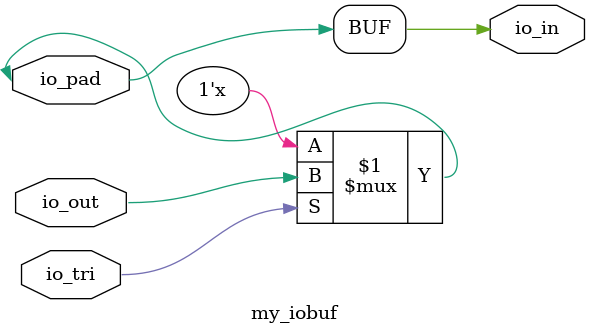
<source format=v>
module my_iobuf (
                 input        io_out,
                 input        io_tri,
                 output  wire io_in,
                 inout  wire  io_pad);
   
   bufif1 u0(io_pad, io_out, io_tri);
   buf u1(io_in,io_pad);

endmodule
</source>
